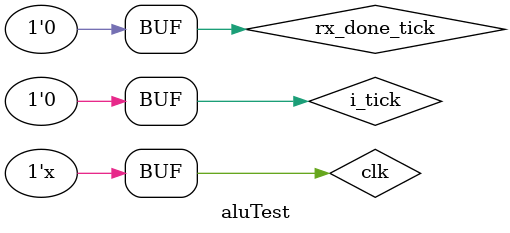
<source format=v>
`timescale 1ns / 1ps

module aluTest;
    parameter           PERIOD  = 15; // debe dar 50 Mh
    parameter   [7:0]   data_rx = 8'b00100111;
    parameter           b_start = 1'b1;
    parameter           b_par   = 1'b0;
    parameter   [2:0]   p       = 3'b0; // puntero a data_rx
    
    // _________ Baud Rate Generator _______________ //
    reg         clk;
    reg         s_tick;
    reg [7:0]   tick;

    BaudRate_generatormodule myBaudRate_generatormodule(
        .clk(clk), .s_tick(s_tick), .tick(tick)
    );
    // _____________________________________________ //
    // _____________________ rx ____________________ //
    reg         i_tick;
    reg         rx;
    reg         rx_done_tick;
    reg [7:0]   o_data;

    state_machine_rx mystate_machine_rx(
        .i_tick(i_tick), .rx(rx), 
            .rx_done_tick(rx_done_tick), .o_data(o_data)
    );
    // ____________________________________________ //

    always begin
        #(PERIOD/2) clk = ~clk;
        #(PERIOD/2);
    end

    always @(posedge clk) begin
          if (s_tick == 1'b1) begin
            p           =   p + 1;
            rx          =   data_rx[p];
          end
    end

initial
    begin
        i_tick          = 1'b0;
        rx              = 1'b1;
        rx_done_tick    = 1'b0;

    end

    initial $monitor($time, i_tick, rx, rx_done_tick, o_data);
endmodule

</source>
